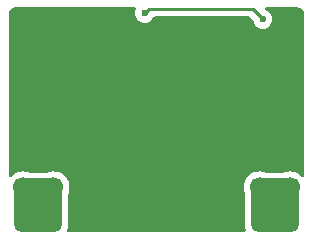
<source format=gbr>
G04 #@! TF.GenerationSoftware,KiCad,Pcbnew,8.0.8*
G04 #@! TF.CreationDate,2026-01-04T09:20:55-05:00*
G04 #@! TF.ProjectId,project-hw-60v-dcdc,70726f6a-6563-4742-9d68-772d3630762d,rev?*
G04 #@! TF.SameCoordinates,Original*
G04 #@! TF.FileFunction,Copper,L2,Bot*
G04 #@! TF.FilePolarity,Positive*
%FSLAX46Y46*%
G04 Gerber Fmt 4.6, Leading zero omitted, Abs format (unit mm)*
G04 Created by KiCad (PCBNEW 8.0.8) date 2026-01-04 09:20:55*
%MOMM*%
%LPD*%
G01*
G04 APERTURE LIST*
G04 Aperture macros list*
%AMRoundRect*
0 Rectangle with rounded corners*
0 $1 Rounding radius*
0 $2 $3 $4 $5 $6 $7 $8 $9 X,Y pos of 4 corners*
0 Add a 4 corners polygon primitive as box body*
4,1,4,$2,$3,$4,$5,$6,$7,$8,$9,$2,$3,0*
0 Add four circle primitives for the rounded corners*
1,1,$1+$1,$2,$3*
1,1,$1+$1,$4,$5*
1,1,$1+$1,$6,$7*
1,1,$1+$1,$8,$9*
0 Add four rect primitives between the rounded corners*
20,1,$1+$1,$2,$3,$4,$5,0*
20,1,$1+$1,$4,$5,$6,$7,0*
20,1,$1+$1,$6,$7,$8,$9,0*
20,1,$1+$1,$8,$9,$2,$3,0*%
G04 Aperture macros list end*
G04 #@! TA.AperFunction,SMDPad,CuDef*
%ADD10RoundRect,0.480000X1.520000X-1.770000X1.520000X1.770000X-1.520000X1.770000X-1.520000X-1.770000X0*%
G04 #@! TD*
G04 #@! TA.AperFunction,ComponentPad*
%ADD11C,1.700000*%
G04 #@! TD*
G04 #@! TA.AperFunction,ViaPad*
%ADD12C,0.600000*%
G04 #@! TD*
G04 #@! TA.AperFunction,Conductor*
%ADD13C,0.250000*%
G04 #@! TD*
G04 APERTURE END LIST*
D10*
X42000000Y-39250000D03*
D11*
X40730000Y-37730000D03*
X43270000Y-37730000D03*
D10*
X37000000Y-39250000D03*
D11*
X35730000Y-37730000D03*
X38270000Y-37730000D03*
D10*
X52000000Y-39250000D03*
D11*
X50730000Y-37730000D03*
X53270000Y-37730000D03*
D10*
X57000000Y-39250000D03*
D11*
X55730000Y-37730000D03*
X58270000Y-37730000D03*
D12*
X47750000Y-33750000D03*
X47000000Y-34500000D03*
X46000000Y-34500000D03*
X41000000Y-35000000D03*
X53000000Y-35500000D03*
X48000000Y-26500000D03*
X48000000Y-24500000D03*
X49000000Y-31000000D03*
X40000000Y-35000000D03*
X47750000Y-33000000D03*
X42500000Y-35000000D03*
X48000000Y-30000000D03*
X48000000Y-29000000D03*
X39500000Y-27000000D03*
X48000000Y-25500000D03*
X43500000Y-35000000D03*
X48000000Y-28000000D03*
X50000000Y-33000000D03*
X54000000Y-35500000D03*
X50000000Y-34000000D03*
X44500000Y-35000000D03*
X49750000Y-31000000D03*
X46000000Y-23000000D03*
X56000000Y-23500000D03*
D13*
X46000000Y-23000000D02*
X46375000Y-22625000D01*
X46375000Y-22625000D02*
X55125000Y-22625000D01*
X55125000Y-22625000D02*
X56000000Y-23500000D01*
G04 #@! TA.AperFunction,Conductor*
G36*
X45218967Y-22520185D02*
G01*
X45264722Y-22572989D01*
X45274666Y-22642147D01*
X45268970Y-22665454D01*
X45214632Y-22820742D01*
X45214630Y-22820750D01*
X45194435Y-22999996D01*
X45194435Y-23000003D01*
X45214630Y-23179249D01*
X45214631Y-23179254D01*
X45274211Y-23349523D01*
X45368760Y-23499996D01*
X45370184Y-23502262D01*
X45497738Y-23629816D01*
X45650478Y-23725789D01*
X45820745Y-23785368D01*
X45820750Y-23785369D01*
X45999996Y-23805565D01*
X46000000Y-23805565D01*
X46000004Y-23805565D01*
X46179249Y-23785369D01*
X46179252Y-23785368D01*
X46179255Y-23785368D01*
X46349522Y-23725789D01*
X46502262Y-23629816D01*
X46629816Y-23502262D01*
X46725789Y-23349522D01*
X46731379Y-23333545D01*
X46772100Y-23276770D01*
X46837053Y-23251022D01*
X46848421Y-23250500D01*
X54814548Y-23250500D01*
X54881587Y-23270185D01*
X54902229Y-23286819D01*
X55173787Y-23558377D01*
X55207272Y-23619700D01*
X55209326Y-23632173D01*
X55214630Y-23679249D01*
X55274210Y-23849521D01*
X55370184Y-24002262D01*
X55497738Y-24129816D01*
X55650478Y-24225789D01*
X55820745Y-24285368D01*
X55820750Y-24285369D01*
X55999996Y-24305565D01*
X56000000Y-24305565D01*
X56000004Y-24305565D01*
X56179249Y-24285369D01*
X56179252Y-24285368D01*
X56179255Y-24285368D01*
X56349522Y-24225789D01*
X56502262Y-24129816D01*
X56629816Y-24002262D01*
X56725789Y-23849522D01*
X56785368Y-23679255D01*
X56790673Y-23632173D01*
X56805565Y-23500003D01*
X56805565Y-23499996D01*
X56785369Y-23320750D01*
X56785368Y-23320745D01*
X56760788Y-23250500D01*
X56725789Y-23150478D01*
X56629816Y-22997738D01*
X56502262Y-22870184D01*
X56349521Y-22774210D01*
X56256159Y-22741542D01*
X56199383Y-22700820D01*
X56173635Y-22635868D01*
X56187091Y-22567306D01*
X56235478Y-22516903D01*
X56297113Y-22500500D01*
X58934108Y-22500500D01*
X58993038Y-22500500D01*
X59006922Y-22501280D01*
X59097266Y-22511459D01*
X59124331Y-22517636D01*
X59203540Y-22545352D01*
X59228553Y-22557398D01*
X59299606Y-22602043D01*
X59321313Y-22619355D01*
X59380644Y-22678686D01*
X59397957Y-22700395D01*
X59442600Y-22771444D01*
X59454648Y-22796462D01*
X59482362Y-22875666D01*
X59488540Y-22902735D01*
X59498720Y-22993076D01*
X59499500Y-23006961D01*
X59499500Y-36750241D01*
X59479815Y-36817280D01*
X59427011Y-36863035D01*
X59357853Y-36872979D01*
X59294297Y-36843954D01*
X59287819Y-36837923D01*
X59267176Y-36817280D01*
X59141401Y-36691505D01*
X59141397Y-36691502D01*
X59141396Y-36691501D01*
X58947834Y-36555967D01*
X58947830Y-36555965D01*
X58947828Y-36555964D01*
X58733663Y-36456097D01*
X58733659Y-36456096D01*
X58733655Y-36456094D01*
X58505413Y-36394938D01*
X58505403Y-36394936D01*
X58270001Y-36374341D01*
X58269999Y-36374341D01*
X58034596Y-36394936D01*
X58034586Y-36394938D01*
X57806344Y-36456094D01*
X57806335Y-36456098D01*
X57738174Y-36487882D01*
X57685769Y-36499500D01*
X56314231Y-36499500D01*
X56261827Y-36487882D01*
X56193663Y-36456097D01*
X56193659Y-36456096D01*
X56193655Y-36456094D01*
X55965413Y-36394938D01*
X55965403Y-36394936D01*
X55730001Y-36374341D01*
X55729999Y-36374341D01*
X55494596Y-36394936D01*
X55494586Y-36394938D01*
X55266344Y-36456094D01*
X55266335Y-36456098D01*
X55052171Y-36555964D01*
X55052169Y-36555965D01*
X54858597Y-36691505D01*
X54691505Y-36858597D01*
X54555965Y-37052169D01*
X54555964Y-37052171D01*
X54456098Y-37266335D01*
X54456094Y-37266344D01*
X54394938Y-37494586D01*
X54394936Y-37494596D01*
X54374341Y-37729999D01*
X54374341Y-37730000D01*
X54394936Y-37965403D01*
X54394938Y-37965413D01*
X54456094Y-38193655D01*
X54456096Y-38193659D01*
X54456097Y-38193663D01*
X54487882Y-38261826D01*
X54499500Y-38314231D01*
X54499500Y-41076872D01*
X54499501Y-41076880D01*
X54509900Y-41193868D01*
X54509900Y-41193871D01*
X54509901Y-41193872D01*
X54552111Y-41341390D01*
X54551629Y-41411256D01*
X54513450Y-41469771D01*
X54449695Y-41498357D01*
X54432896Y-41499500D01*
X39567104Y-41499500D01*
X39500065Y-41479815D01*
X39454310Y-41427011D01*
X39444366Y-41357853D01*
X39447886Y-41341396D01*
X39490099Y-41193872D01*
X39500500Y-41076881D01*
X39500499Y-38314231D01*
X39512117Y-38261827D01*
X39543903Y-38193663D01*
X39605063Y-37965408D01*
X39625659Y-37730000D01*
X39605063Y-37494592D01*
X39543903Y-37266337D01*
X39444035Y-37052171D01*
X39317464Y-36871407D01*
X39308494Y-36858597D01*
X39141402Y-36691506D01*
X39141395Y-36691501D01*
X38947834Y-36555967D01*
X38947830Y-36555965D01*
X38947828Y-36555964D01*
X38733663Y-36456097D01*
X38733659Y-36456096D01*
X38733655Y-36456094D01*
X38505413Y-36394938D01*
X38505403Y-36394936D01*
X38270001Y-36374341D01*
X38269999Y-36374341D01*
X38034596Y-36394936D01*
X38034586Y-36394938D01*
X37806344Y-36456094D01*
X37806335Y-36456098D01*
X37738174Y-36487882D01*
X37685769Y-36499500D01*
X36314231Y-36499500D01*
X36261827Y-36487882D01*
X36193663Y-36456097D01*
X36193659Y-36456096D01*
X36193655Y-36456094D01*
X35965413Y-36394938D01*
X35965403Y-36394936D01*
X35730001Y-36374341D01*
X35729999Y-36374341D01*
X35494596Y-36394936D01*
X35494586Y-36394938D01*
X35266344Y-36456094D01*
X35266335Y-36456098D01*
X35052171Y-36555964D01*
X35052169Y-36555965D01*
X34858597Y-36691505D01*
X34712181Y-36837922D01*
X34650858Y-36871407D01*
X34581166Y-36866423D01*
X34525233Y-36824551D01*
X34500816Y-36759087D01*
X34500500Y-36750241D01*
X34500500Y-23006961D01*
X34501280Y-22993077D01*
X34501280Y-22993076D01*
X34511459Y-22902731D01*
X34517635Y-22875670D01*
X34545353Y-22796456D01*
X34557396Y-22771450D01*
X34602046Y-22700389D01*
X34619351Y-22678690D01*
X34678690Y-22619351D01*
X34700389Y-22602046D01*
X34771450Y-22557396D01*
X34796456Y-22545353D01*
X34875670Y-22517635D01*
X34902733Y-22511459D01*
X34965419Y-22504396D01*
X34993079Y-22501280D01*
X35006962Y-22500500D01*
X35065892Y-22500500D01*
X45151928Y-22500500D01*
X45218967Y-22520185D01*
G37*
G04 #@! TD.AperFunction*
M02*

</source>
